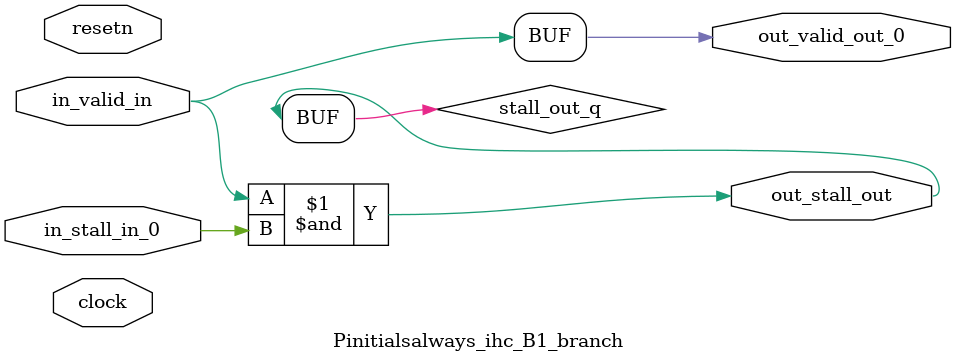
<source format=sv>



(* altera_attribute = "-name AUTO_SHIFT_REGISTER_RECOGNITION OFF; -name MESSAGE_DISABLE 10036; -name MESSAGE_DISABLE 10037; -name MESSAGE_DISABLE 14130; -name MESSAGE_DISABLE 14320; -name MESSAGE_DISABLE 15400; -name MESSAGE_DISABLE 14130; -name MESSAGE_DISABLE 10036; -name MESSAGE_DISABLE 12020; -name MESSAGE_DISABLE 12030; -name MESSAGE_DISABLE 12010; -name MESSAGE_DISABLE 12110; -name MESSAGE_DISABLE 14320; -name MESSAGE_DISABLE 13410; -name MESSAGE_DISABLE 113007; -name MESSAGE_DISABLE 10958" *)
module Pinitialsalways_ihc_B1_branch (
    input wire [0:0] in_stall_in_0,
    input wire [0:0] in_valid_in,
    output wire [0:0] out_stall_out,
    output wire [0:0] out_valid_out_0,
    input wire clock,
    input wire resetn
    );

    wire [0:0] stall_out_q;


    // stall_out(LOGICAL,6)
    assign stall_out_q = in_valid_in & in_stall_in_0;

    // out_stall_out(GPOUT,4)
    assign out_stall_out = stall_out_q;

    // out_valid_out_0(GPOUT,5)
    assign out_valid_out_0 = in_valid_in;

endmodule

</source>
